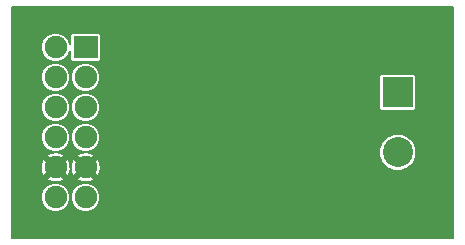
<source format=gbl>
G04 #@! TF.FileFunction,Copper,L2,Bot,Signal*
%FSLAX46Y46*%
G04 Gerber Fmt 4.6, Leading zero omitted, Abs format (unit mm)*
G04 Created by KiCad (PCBNEW 4.0.2+dfsg1-stable) date ven. 15 mars 2019 11:09:51 CET*
%MOMM*%
G01*
G04 APERTURE LIST*
%ADD10C,0.100000*%
%ADD11R,2.000000X1.900000*%
%ADD12C,1.900000*%
%ADD13R,2.540000X2.540000*%
%ADD14C,2.540000*%
%ADD15C,0.711200*%
%ADD16C,0.304800*%
%ADD17C,0.203200*%
G04 APERTURE END LIST*
D10*
D11*
X136030000Y-98650000D03*
D12*
X136030000Y-101190000D03*
X136030000Y-103730000D03*
X136030000Y-106270000D03*
X136030000Y-108810000D03*
X136030000Y-111350000D03*
X133490000Y-98650000D03*
X133490000Y-101190000D03*
X133490000Y-103730000D03*
X133490000Y-106270000D03*
X133490000Y-108810000D03*
X133490000Y-111350000D03*
D13*
X162470000Y-102460000D03*
D14*
X162470000Y-107540000D03*
D15*
X149540000Y-104020000D03*
X144510000Y-108400000D03*
X138830000Y-108110000D03*
D16*
X149540000Y-104020000D02*
X148630000Y-104020000D01*
X147780000Y-104870000D02*
X147780000Y-107160000D01*
X147780000Y-107160000D02*
X146540000Y-108400000D01*
X144510000Y-108400000D02*
X146540000Y-108400000D01*
X148630000Y-104020000D02*
X147780000Y-104870000D01*
X138830000Y-108110000D02*
X141840000Y-108110000D01*
X142130000Y-108400000D02*
X144510000Y-108400000D01*
X141840000Y-108110000D02*
X142130000Y-108400000D01*
D17*
G36*
X167170200Y-114780200D02*
X129829800Y-114780200D01*
X129829800Y-111598500D01*
X132234983Y-111598500D01*
X132425612Y-112059859D01*
X132778285Y-112413147D01*
X133239310Y-112604582D01*
X133738500Y-112605017D01*
X134199859Y-112414388D01*
X134553147Y-112061715D01*
X134744582Y-111600690D01*
X134744583Y-111598500D01*
X134774983Y-111598500D01*
X134965612Y-112059859D01*
X135318285Y-112413147D01*
X135779310Y-112604582D01*
X136278500Y-112605017D01*
X136739859Y-112414388D01*
X137093147Y-112061715D01*
X137284582Y-111600690D01*
X137285017Y-111101500D01*
X137094388Y-110640141D01*
X136741715Y-110286853D01*
X136280690Y-110095418D01*
X135781500Y-110094983D01*
X135320141Y-110285612D01*
X134966853Y-110638285D01*
X134775418Y-111099310D01*
X134774983Y-111598500D01*
X134744583Y-111598500D01*
X134745017Y-111101500D01*
X134554388Y-110640141D01*
X134201715Y-110286853D01*
X133740690Y-110095418D01*
X133241500Y-110094983D01*
X132780141Y-110285612D01*
X132426853Y-110638285D01*
X132235418Y-111099310D01*
X132234983Y-111598500D01*
X129829800Y-111598500D01*
X129829800Y-109761689D01*
X132753837Y-109761689D01*
X132866646Y-109927251D01*
X133341649Y-110080753D01*
X133839237Y-110040794D01*
X134113354Y-109927251D01*
X134226163Y-109761689D01*
X135293837Y-109761689D01*
X135406646Y-109927251D01*
X135881649Y-110080753D01*
X136379237Y-110040794D01*
X136653354Y-109927251D01*
X136766163Y-109761689D01*
X136030000Y-109025526D01*
X135293837Y-109761689D01*
X134226163Y-109761689D01*
X133490000Y-109025526D01*
X132753837Y-109761689D01*
X129829800Y-109761689D01*
X129829800Y-108661649D01*
X132219247Y-108661649D01*
X132259206Y-109159237D01*
X132372749Y-109433354D01*
X132538311Y-109546163D01*
X133274474Y-108810000D01*
X133705526Y-108810000D01*
X134441689Y-109546163D01*
X134607251Y-109433354D01*
X134760753Y-108958351D01*
X134736927Y-108661649D01*
X134759247Y-108661649D01*
X134799206Y-109159237D01*
X134912749Y-109433354D01*
X135078311Y-109546163D01*
X135814474Y-108810000D01*
X136245526Y-108810000D01*
X136981689Y-109546163D01*
X137147251Y-109433354D01*
X137300753Y-108958351D01*
X137260794Y-108460763D01*
X137147251Y-108186646D01*
X136981689Y-108073837D01*
X136245526Y-108810000D01*
X135814474Y-108810000D01*
X135078311Y-108073837D01*
X134912749Y-108186646D01*
X134759247Y-108661649D01*
X134736927Y-108661649D01*
X134720794Y-108460763D01*
X134607251Y-108186646D01*
X134441689Y-108073837D01*
X133705526Y-108810000D01*
X133274474Y-108810000D01*
X132538311Y-108073837D01*
X132372749Y-108186646D01*
X132219247Y-108661649D01*
X129829800Y-108661649D01*
X129829800Y-107858311D01*
X132753837Y-107858311D01*
X133490000Y-108594474D01*
X134226163Y-107858311D01*
X135293837Y-107858311D01*
X136030000Y-108594474D01*
X136766163Y-107858311D01*
X136761777Y-107851873D01*
X160894927Y-107851873D01*
X161134171Y-108430887D01*
X161576783Y-108874272D01*
X162155379Y-109114526D01*
X162781873Y-109115073D01*
X163360887Y-108875829D01*
X163804272Y-108433217D01*
X164044526Y-107854621D01*
X164045073Y-107228127D01*
X163805829Y-106649113D01*
X163363217Y-106205728D01*
X162784621Y-105965474D01*
X162158127Y-105964927D01*
X161579113Y-106204171D01*
X161135728Y-106646783D01*
X160895474Y-107225379D01*
X160894927Y-107851873D01*
X136761777Y-107851873D01*
X136653354Y-107692749D01*
X136178351Y-107539247D01*
X135680763Y-107579206D01*
X135406646Y-107692749D01*
X135293837Y-107858311D01*
X134226163Y-107858311D01*
X134113354Y-107692749D01*
X133638351Y-107539247D01*
X133140763Y-107579206D01*
X132866646Y-107692749D01*
X132753837Y-107858311D01*
X129829800Y-107858311D01*
X129829800Y-106518500D01*
X132234983Y-106518500D01*
X132425612Y-106979859D01*
X132778285Y-107333147D01*
X133239310Y-107524582D01*
X133738500Y-107525017D01*
X134199859Y-107334388D01*
X134553147Y-106981715D01*
X134744582Y-106520690D01*
X134744583Y-106518500D01*
X134774983Y-106518500D01*
X134965612Y-106979859D01*
X135318285Y-107333147D01*
X135779310Y-107524582D01*
X136278500Y-107525017D01*
X136739859Y-107334388D01*
X137093147Y-106981715D01*
X137284582Y-106520690D01*
X137285017Y-106021500D01*
X137094388Y-105560141D01*
X136741715Y-105206853D01*
X136280690Y-105015418D01*
X135781500Y-105014983D01*
X135320141Y-105205612D01*
X134966853Y-105558285D01*
X134775418Y-106019310D01*
X134774983Y-106518500D01*
X134744583Y-106518500D01*
X134745017Y-106021500D01*
X134554388Y-105560141D01*
X134201715Y-105206853D01*
X133740690Y-105015418D01*
X133241500Y-105014983D01*
X132780141Y-105205612D01*
X132426853Y-105558285D01*
X132235418Y-106019310D01*
X132234983Y-106518500D01*
X129829800Y-106518500D01*
X129829800Y-103978500D01*
X132234983Y-103978500D01*
X132425612Y-104439859D01*
X132778285Y-104793147D01*
X133239310Y-104984582D01*
X133738500Y-104985017D01*
X134199859Y-104794388D01*
X134553147Y-104441715D01*
X134744582Y-103980690D01*
X134744583Y-103978500D01*
X134774983Y-103978500D01*
X134965612Y-104439859D01*
X135318285Y-104793147D01*
X135779310Y-104984582D01*
X136278500Y-104985017D01*
X136739859Y-104794388D01*
X137093147Y-104441715D01*
X137284582Y-103980690D01*
X137285017Y-103481500D01*
X137094388Y-103020141D01*
X136741715Y-102666853D01*
X136280690Y-102475418D01*
X135781500Y-102474983D01*
X135320141Y-102665612D01*
X134966853Y-103018285D01*
X134775418Y-103479310D01*
X134774983Y-103978500D01*
X134744583Y-103978500D01*
X134745017Y-103481500D01*
X134554388Y-103020141D01*
X134201715Y-102666853D01*
X133740690Y-102475418D01*
X133241500Y-102474983D01*
X132780141Y-102665612D01*
X132426853Y-103018285D01*
X132235418Y-103479310D01*
X132234983Y-103978500D01*
X129829800Y-103978500D01*
X129829800Y-101438500D01*
X132234983Y-101438500D01*
X132425612Y-101899859D01*
X132778285Y-102253147D01*
X133239310Y-102444582D01*
X133738500Y-102445017D01*
X134199859Y-102254388D01*
X134553147Y-101901715D01*
X134744582Y-101440690D01*
X134744583Y-101438500D01*
X134774983Y-101438500D01*
X134965612Y-101899859D01*
X135318285Y-102253147D01*
X135779310Y-102444582D01*
X136278500Y-102445017D01*
X136739859Y-102254388D01*
X137093147Y-101901715D01*
X137284582Y-101440690D01*
X137284800Y-101190000D01*
X160889229Y-101190000D01*
X160889229Y-103730000D01*
X160910482Y-103842952D01*
X160977237Y-103946692D01*
X161079093Y-104016287D01*
X161200000Y-104040771D01*
X163740000Y-104040771D01*
X163852952Y-104019518D01*
X163956692Y-103952763D01*
X164026287Y-103850907D01*
X164050771Y-103730000D01*
X164050771Y-101190000D01*
X164029518Y-101077048D01*
X163962763Y-100973308D01*
X163860907Y-100903713D01*
X163740000Y-100879229D01*
X161200000Y-100879229D01*
X161087048Y-100900482D01*
X160983308Y-100967237D01*
X160913713Y-101069093D01*
X160889229Y-101190000D01*
X137284800Y-101190000D01*
X137285017Y-100941500D01*
X137094388Y-100480141D01*
X136741715Y-100126853D01*
X136280690Y-99935418D01*
X135781500Y-99934983D01*
X135320141Y-100125612D01*
X134966853Y-100478285D01*
X134775418Y-100939310D01*
X134774983Y-101438500D01*
X134744583Y-101438500D01*
X134745017Y-100941500D01*
X134554388Y-100480141D01*
X134201715Y-100126853D01*
X133740690Y-99935418D01*
X133241500Y-99934983D01*
X132780141Y-100125612D01*
X132426853Y-100478285D01*
X132235418Y-100939310D01*
X132234983Y-101438500D01*
X129829800Y-101438500D01*
X129829800Y-98898500D01*
X132234983Y-98898500D01*
X132425612Y-99359859D01*
X132778285Y-99713147D01*
X133239310Y-99904582D01*
X133738500Y-99905017D01*
X134199859Y-99714388D01*
X134553147Y-99361715D01*
X134719229Y-98961747D01*
X134719229Y-99600000D01*
X134740482Y-99712952D01*
X134807237Y-99816692D01*
X134909093Y-99886287D01*
X135030000Y-99910771D01*
X137030000Y-99910771D01*
X137142952Y-99889518D01*
X137246692Y-99822763D01*
X137316287Y-99720907D01*
X137340771Y-99600000D01*
X137340771Y-97700000D01*
X137319518Y-97587048D01*
X137252763Y-97483308D01*
X137150907Y-97413713D01*
X137030000Y-97389229D01*
X135030000Y-97389229D01*
X134917048Y-97410482D01*
X134813308Y-97477237D01*
X134743713Y-97579093D01*
X134719229Y-97700000D01*
X134719229Y-98339088D01*
X134554388Y-97940141D01*
X134201715Y-97586853D01*
X133740690Y-97395418D01*
X133241500Y-97394983D01*
X132780141Y-97585612D01*
X132426853Y-97938285D01*
X132235418Y-98399310D01*
X132234983Y-98898500D01*
X129829800Y-98898500D01*
X129829800Y-95219800D01*
X167170200Y-95219800D01*
X167170200Y-114780200D01*
X167170200Y-114780200D01*
G37*
X167170200Y-114780200D02*
X129829800Y-114780200D01*
X129829800Y-111598500D01*
X132234983Y-111598500D01*
X132425612Y-112059859D01*
X132778285Y-112413147D01*
X133239310Y-112604582D01*
X133738500Y-112605017D01*
X134199859Y-112414388D01*
X134553147Y-112061715D01*
X134744582Y-111600690D01*
X134744583Y-111598500D01*
X134774983Y-111598500D01*
X134965612Y-112059859D01*
X135318285Y-112413147D01*
X135779310Y-112604582D01*
X136278500Y-112605017D01*
X136739859Y-112414388D01*
X137093147Y-112061715D01*
X137284582Y-111600690D01*
X137285017Y-111101500D01*
X137094388Y-110640141D01*
X136741715Y-110286853D01*
X136280690Y-110095418D01*
X135781500Y-110094983D01*
X135320141Y-110285612D01*
X134966853Y-110638285D01*
X134775418Y-111099310D01*
X134774983Y-111598500D01*
X134744583Y-111598500D01*
X134745017Y-111101500D01*
X134554388Y-110640141D01*
X134201715Y-110286853D01*
X133740690Y-110095418D01*
X133241500Y-110094983D01*
X132780141Y-110285612D01*
X132426853Y-110638285D01*
X132235418Y-111099310D01*
X132234983Y-111598500D01*
X129829800Y-111598500D01*
X129829800Y-109761689D01*
X132753837Y-109761689D01*
X132866646Y-109927251D01*
X133341649Y-110080753D01*
X133839237Y-110040794D01*
X134113354Y-109927251D01*
X134226163Y-109761689D01*
X135293837Y-109761689D01*
X135406646Y-109927251D01*
X135881649Y-110080753D01*
X136379237Y-110040794D01*
X136653354Y-109927251D01*
X136766163Y-109761689D01*
X136030000Y-109025526D01*
X135293837Y-109761689D01*
X134226163Y-109761689D01*
X133490000Y-109025526D01*
X132753837Y-109761689D01*
X129829800Y-109761689D01*
X129829800Y-108661649D01*
X132219247Y-108661649D01*
X132259206Y-109159237D01*
X132372749Y-109433354D01*
X132538311Y-109546163D01*
X133274474Y-108810000D01*
X133705526Y-108810000D01*
X134441689Y-109546163D01*
X134607251Y-109433354D01*
X134760753Y-108958351D01*
X134736927Y-108661649D01*
X134759247Y-108661649D01*
X134799206Y-109159237D01*
X134912749Y-109433354D01*
X135078311Y-109546163D01*
X135814474Y-108810000D01*
X136245526Y-108810000D01*
X136981689Y-109546163D01*
X137147251Y-109433354D01*
X137300753Y-108958351D01*
X137260794Y-108460763D01*
X137147251Y-108186646D01*
X136981689Y-108073837D01*
X136245526Y-108810000D01*
X135814474Y-108810000D01*
X135078311Y-108073837D01*
X134912749Y-108186646D01*
X134759247Y-108661649D01*
X134736927Y-108661649D01*
X134720794Y-108460763D01*
X134607251Y-108186646D01*
X134441689Y-108073837D01*
X133705526Y-108810000D01*
X133274474Y-108810000D01*
X132538311Y-108073837D01*
X132372749Y-108186646D01*
X132219247Y-108661649D01*
X129829800Y-108661649D01*
X129829800Y-107858311D01*
X132753837Y-107858311D01*
X133490000Y-108594474D01*
X134226163Y-107858311D01*
X135293837Y-107858311D01*
X136030000Y-108594474D01*
X136766163Y-107858311D01*
X136761777Y-107851873D01*
X160894927Y-107851873D01*
X161134171Y-108430887D01*
X161576783Y-108874272D01*
X162155379Y-109114526D01*
X162781873Y-109115073D01*
X163360887Y-108875829D01*
X163804272Y-108433217D01*
X164044526Y-107854621D01*
X164045073Y-107228127D01*
X163805829Y-106649113D01*
X163363217Y-106205728D01*
X162784621Y-105965474D01*
X162158127Y-105964927D01*
X161579113Y-106204171D01*
X161135728Y-106646783D01*
X160895474Y-107225379D01*
X160894927Y-107851873D01*
X136761777Y-107851873D01*
X136653354Y-107692749D01*
X136178351Y-107539247D01*
X135680763Y-107579206D01*
X135406646Y-107692749D01*
X135293837Y-107858311D01*
X134226163Y-107858311D01*
X134113354Y-107692749D01*
X133638351Y-107539247D01*
X133140763Y-107579206D01*
X132866646Y-107692749D01*
X132753837Y-107858311D01*
X129829800Y-107858311D01*
X129829800Y-106518500D01*
X132234983Y-106518500D01*
X132425612Y-106979859D01*
X132778285Y-107333147D01*
X133239310Y-107524582D01*
X133738500Y-107525017D01*
X134199859Y-107334388D01*
X134553147Y-106981715D01*
X134744582Y-106520690D01*
X134744583Y-106518500D01*
X134774983Y-106518500D01*
X134965612Y-106979859D01*
X135318285Y-107333147D01*
X135779310Y-107524582D01*
X136278500Y-107525017D01*
X136739859Y-107334388D01*
X137093147Y-106981715D01*
X137284582Y-106520690D01*
X137285017Y-106021500D01*
X137094388Y-105560141D01*
X136741715Y-105206853D01*
X136280690Y-105015418D01*
X135781500Y-105014983D01*
X135320141Y-105205612D01*
X134966853Y-105558285D01*
X134775418Y-106019310D01*
X134774983Y-106518500D01*
X134744583Y-106518500D01*
X134745017Y-106021500D01*
X134554388Y-105560141D01*
X134201715Y-105206853D01*
X133740690Y-105015418D01*
X133241500Y-105014983D01*
X132780141Y-105205612D01*
X132426853Y-105558285D01*
X132235418Y-106019310D01*
X132234983Y-106518500D01*
X129829800Y-106518500D01*
X129829800Y-103978500D01*
X132234983Y-103978500D01*
X132425612Y-104439859D01*
X132778285Y-104793147D01*
X133239310Y-104984582D01*
X133738500Y-104985017D01*
X134199859Y-104794388D01*
X134553147Y-104441715D01*
X134744582Y-103980690D01*
X134744583Y-103978500D01*
X134774983Y-103978500D01*
X134965612Y-104439859D01*
X135318285Y-104793147D01*
X135779310Y-104984582D01*
X136278500Y-104985017D01*
X136739859Y-104794388D01*
X137093147Y-104441715D01*
X137284582Y-103980690D01*
X137285017Y-103481500D01*
X137094388Y-103020141D01*
X136741715Y-102666853D01*
X136280690Y-102475418D01*
X135781500Y-102474983D01*
X135320141Y-102665612D01*
X134966853Y-103018285D01*
X134775418Y-103479310D01*
X134774983Y-103978500D01*
X134744583Y-103978500D01*
X134745017Y-103481500D01*
X134554388Y-103020141D01*
X134201715Y-102666853D01*
X133740690Y-102475418D01*
X133241500Y-102474983D01*
X132780141Y-102665612D01*
X132426853Y-103018285D01*
X132235418Y-103479310D01*
X132234983Y-103978500D01*
X129829800Y-103978500D01*
X129829800Y-101438500D01*
X132234983Y-101438500D01*
X132425612Y-101899859D01*
X132778285Y-102253147D01*
X133239310Y-102444582D01*
X133738500Y-102445017D01*
X134199859Y-102254388D01*
X134553147Y-101901715D01*
X134744582Y-101440690D01*
X134744583Y-101438500D01*
X134774983Y-101438500D01*
X134965612Y-101899859D01*
X135318285Y-102253147D01*
X135779310Y-102444582D01*
X136278500Y-102445017D01*
X136739859Y-102254388D01*
X137093147Y-101901715D01*
X137284582Y-101440690D01*
X137284800Y-101190000D01*
X160889229Y-101190000D01*
X160889229Y-103730000D01*
X160910482Y-103842952D01*
X160977237Y-103946692D01*
X161079093Y-104016287D01*
X161200000Y-104040771D01*
X163740000Y-104040771D01*
X163852952Y-104019518D01*
X163956692Y-103952763D01*
X164026287Y-103850907D01*
X164050771Y-103730000D01*
X164050771Y-101190000D01*
X164029518Y-101077048D01*
X163962763Y-100973308D01*
X163860907Y-100903713D01*
X163740000Y-100879229D01*
X161200000Y-100879229D01*
X161087048Y-100900482D01*
X160983308Y-100967237D01*
X160913713Y-101069093D01*
X160889229Y-101190000D01*
X137284800Y-101190000D01*
X137285017Y-100941500D01*
X137094388Y-100480141D01*
X136741715Y-100126853D01*
X136280690Y-99935418D01*
X135781500Y-99934983D01*
X135320141Y-100125612D01*
X134966853Y-100478285D01*
X134775418Y-100939310D01*
X134774983Y-101438500D01*
X134744583Y-101438500D01*
X134745017Y-100941500D01*
X134554388Y-100480141D01*
X134201715Y-100126853D01*
X133740690Y-99935418D01*
X133241500Y-99934983D01*
X132780141Y-100125612D01*
X132426853Y-100478285D01*
X132235418Y-100939310D01*
X132234983Y-101438500D01*
X129829800Y-101438500D01*
X129829800Y-98898500D01*
X132234983Y-98898500D01*
X132425612Y-99359859D01*
X132778285Y-99713147D01*
X133239310Y-99904582D01*
X133738500Y-99905017D01*
X134199859Y-99714388D01*
X134553147Y-99361715D01*
X134719229Y-98961747D01*
X134719229Y-99600000D01*
X134740482Y-99712952D01*
X134807237Y-99816692D01*
X134909093Y-99886287D01*
X135030000Y-99910771D01*
X137030000Y-99910771D01*
X137142952Y-99889518D01*
X137246692Y-99822763D01*
X137316287Y-99720907D01*
X137340771Y-99600000D01*
X137340771Y-97700000D01*
X137319518Y-97587048D01*
X137252763Y-97483308D01*
X137150907Y-97413713D01*
X137030000Y-97389229D01*
X135030000Y-97389229D01*
X134917048Y-97410482D01*
X134813308Y-97477237D01*
X134743713Y-97579093D01*
X134719229Y-97700000D01*
X134719229Y-98339088D01*
X134554388Y-97940141D01*
X134201715Y-97586853D01*
X133740690Y-97395418D01*
X133241500Y-97394983D01*
X132780141Y-97585612D01*
X132426853Y-97938285D01*
X132235418Y-98399310D01*
X132234983Y-98898500D01*
X129829800Y-98898500D01*
X129829800Y-95219800D01*
X167170200Y-95219800D01*
X167170200Y-114780200D01*
M02*

</source>
